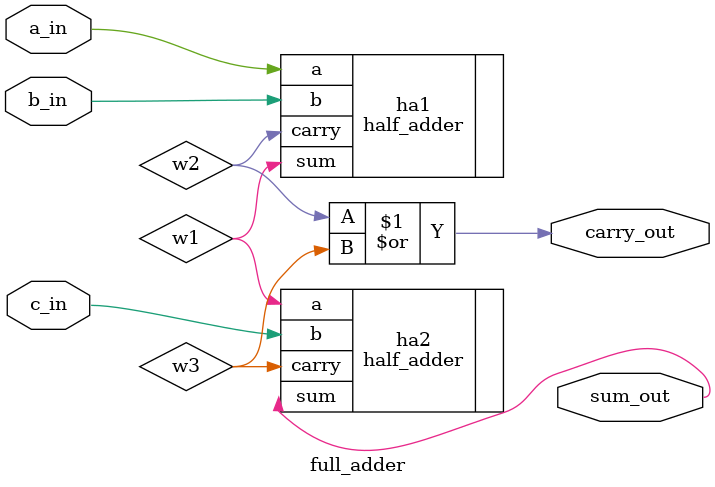
<source format=v>
/********************************************************************************************
Copyright 2019 - Maven Silicon Softech Pvt Ltd. 
 
All Rights Reserved.

This source code is an unpublished work belongs to Maven Silicon Softech Pvt Ltd.

It is not to be shared with or used by any third parties who have not enrolled for our paid training 

courses or received any written authorization from Maven Silicon.


Webpage     :      www.maven-silicon.com

Filename    :	   full_adder.v   

Description :      One bit Full adder Design

Author Name :      Susmita

Version     : 	   1.0
*********************************************************************************************/

module full_adder(a_in,
                  b_in,
		  c_in,
		  sum_out,
		  carry_out);

   //Step1 : Write down the directions for the ports	
	input a_in,b_in,c_in;
	output sum_out,carry_out;      

   //Step2 : Declare the internal wires
	wire w1,w2,w3;    

   //Step3 : Instantiate the Half-Adders using name-based port mapping
half_adder ha1(.a(a_in),.b(b_in),.sum(w1),.carry(w2));
half_adder ha2(.a(w1),.b(c_in),.sum(sum_out),.carry(w3));		 

   //Step4 : Instantiate the OR gate
or o1(carry_out,w2,w3);	


endmodule


</source>
